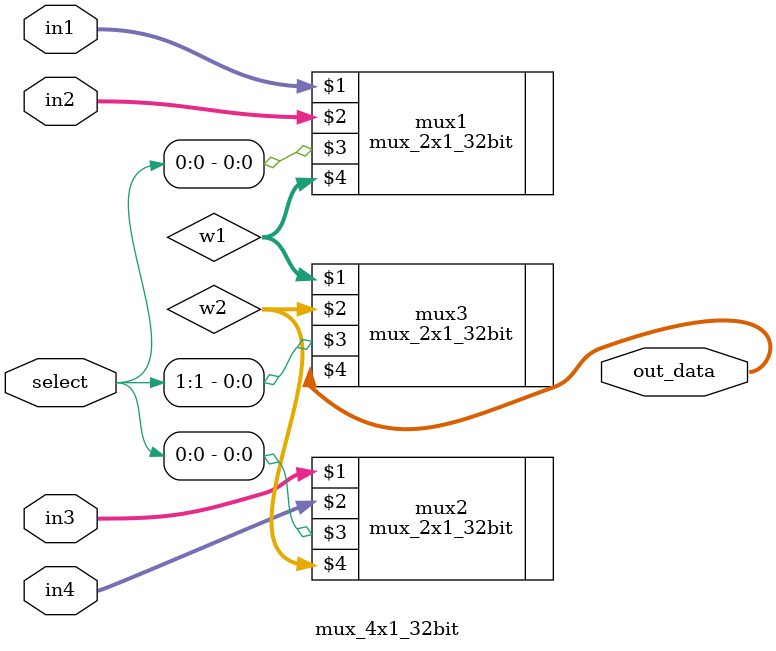
<source format=v>
module mux_4x1_32bit(in1,in2,in3,in4,select,out_data);
  
  input wire [31:0] in1,in2,in3,in4;
  input wire [1:0] select;
  output wire [31:0] out_data;
  
  wire [31:0] w1,w2;
  
  mux_2x1_32bit mux1(in1,in2,select[0],w1);
  mux_2x1_32bit mux2(in3,in4,select[0],w2);
  
  mux_2x1_32bit mux3(w1,w2,select[1],out_data);
  
  
  
endmodule
      

</source>
